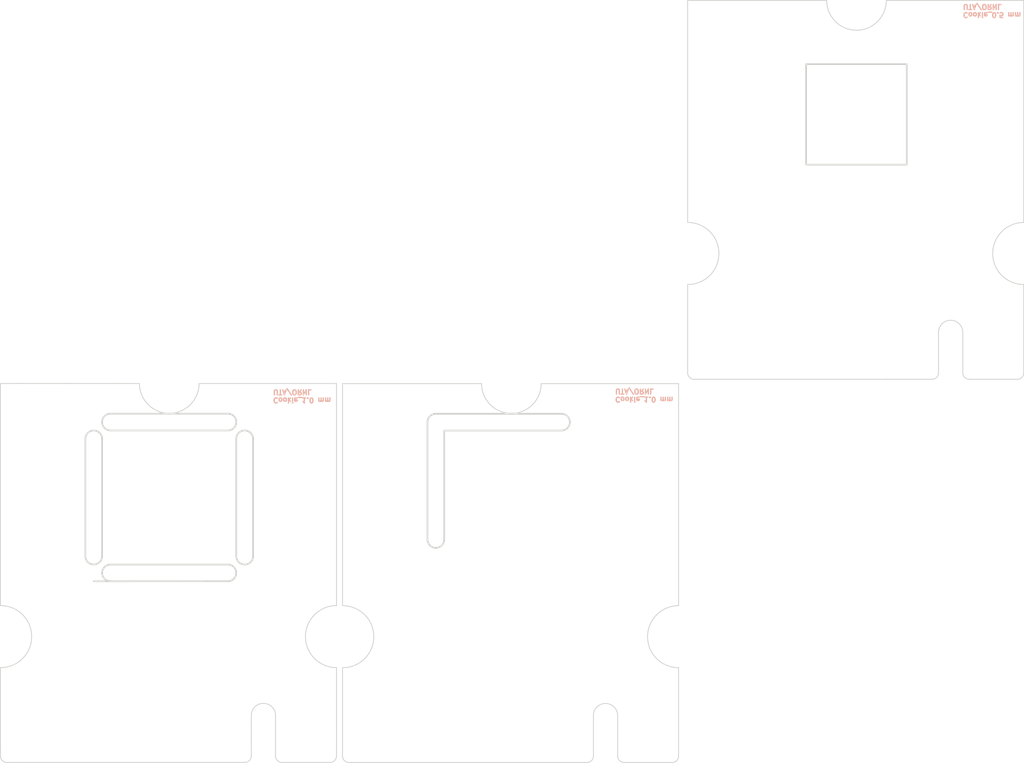
<source format=kicad_pcb>
(kicad_pcb (version 20221018) (generator pcbnew)

  (general
    (thickness 1.6)
  )

  (paper "A4")
  (layers
    (0 "F.Cu" signal)
    (31 "B.Cu" signal)
    (32 "B.Adhes" user "B.Adhesive")
    (33 "F.Adhes" user "F.Adhesive")
    (34 "B.Paste" user)
    (35 "F.Paste" user)
    (36 "B.SilkS" user "B.Silkscreen")
    (37 "F.SilkS" user "F.Silkscreen")
    (38 "B.Mask" user)
    (39 "F.Mask" user)
    (40 "Dwgs.User" user "User.Drawings")
    (41 "Cmts.User" user "User.Comments")
    (42 "Eco1.User" user "User.Eco1")
    (43 "Eco2.User" user "User.Eco2")
    (44 "Edge.Cuts" user)
    (45 "Margin" user)
    (46 "B.CrtYd" user "B.Courtyard")
    (47 "F.CrtYd" user "F.Courtyard")
    (48 "B.Fab" user)
    (49 "F.Fab" user)
    (50 "User.1" user)
    (51 "User.2" user)
    (52 "User.3" user)
    (53 "User.4" user)
    (54 "User.5" user)
    (55 "User.6" user)
    (56 "User.7" user)
    (57 "User.8" user)
    (58 "User.9" user)
  )

  (setup
    (pad_to_mask_clearance 0)
    (pcbplotparams
      (layerselection 0x00010fc_ffffffff)
      (plot_on_all_layers_selection 0x0000000_00000000)
      (disableapertmacros false)
      (usegerberextensions false)
      (usegerberattributes true)
      (usegerberadvancedattributes true)
      (creategerberjobfile true)
      (dashed_line_dash_ratio 12.000000)
      (dashed_line_gap_ratio 3.000000)
      (svgprecision 6)
      (plotframeref false)
      (viasonmask false)
      (mode 1)
      (useauxorigin false)
      (hpglpennumber 1)
      (hpglpenspeed 20)
      (hpglpendiameter 15.000000)
      (dxfpolygonmode true)
      (dxfimperialunits true)
      (dxfusepcbnewfont true)
      (psnegative false)
      (psa4output false)
      (plotreference true)
      (plotvalue true)
      (plotinvisibletext false)
      (sketchpadsonfab false)
      (subtractmaskfromsilk false)
      (outputformat 1)
      (mirror false)
      (drillshape 0)
      (scaleselection 1)
      (outputdirectory "")
    )
  )

  (net 0 "")

  (gr_arc (start 73.6706 34.725) (mid 73.559004 34.994386) (end 73.2896 35.106)
    (stroke (width 0.05) (type solid)) (layer "Edge.Cuts") (tstamp 035fc0c6-b2a1-450a-9ac0-661c474c8e73))
  (gr_line (start 27.716443 45.66) (end 27.716443 38.66)
    (stroke (width 0.1) (type default)) (layer "Edge.Cuts") (tstamp 07e901f8-423f-4c3b-92a7-2ec1769da033))
  (gr_line (start 26.21356 38.161784) (end 19.21356 38.161784)
    (stroke (width 0.1) (type default)) (layer "Edge.Cuts") (tstamp 0de479cd-fdcc-4e46-94f5-f4348df10aac))
  (gr_line (start 26.71356 38.661784) (end 26.71356 45.661784)
    (stroke (width 0.1) (type default)) (layer "Edge.Cuts") (tstamp 0e3635e0-cd39-4331-b2fb-c655c1e08b5c))
  (gr_arc (start 27.6106 57.585) (mid 27.499004 57.854411) (end 27.2296 57.966)
    (stroke (width 0.05) (type solid)) (layer "Edge.Cuts") (tstamp 10d0cd05-caad-4462-9b0f-621641c39a18))
  (gr_arc (start 26.71356 38.661784) (mid 27.214108 38.158558) (end 27.716443 38.66)
    (stroke (width 0.1) (type default)) (layer "Edge.Cuts") (tstamp 14640cd7-26a4-4648-9740-3527473c52f4))
  (gr_line (start 19.21356 46.161784) (end 26.21356 46.161784)
    (stroke (width 0.1) (type default)) (layer "Edge.Cuts") (tstamp 17303daf-e619-439c-ae6a-ddc4d13c2d71))
  (gr_line (start 33.05 35.365) (end 41.34056 35.365)
    (stroke (width 0.05) (type solid)) (layer "Edge.Cuts") (tstamp 17d14d16-44e9-46ab-b0d6-7b1877787793))
  (gr_line (start 32.6906 48.6108) (end 32.6906 35.36)
    (stroke (width 0.05) (type solid)) (layer "Edge.Cuts") (tstamp 1c45fa3d-5f73-4c53-a488-03e4c8c3e38f))
  (gr_line (start 53.63 12.5) (end 61.92056 12.5)
    (stroke (width 0.05) (type solid)) (layer "Edge.Cuts") (tstamp 1e79cab2-fcb8-4562-ab04-bbfc77dc7fe2))
  (gr_line (start 33.05 57.2598) (end 33.05 57.59)
    (stroke (width 0.05) (type default)) (layer "Edge.Cuts") (tstamp 203d2e6e-ce70-4e82-b45e-84dac298ebaf))
  (gr_line (start 12.65 57.2548) (end 12.65 52.3108)
    (stroke (width 0.05) (type solid)) (layer "Edge.Cuts") (tstamp 2170a202-6e51-4881-b04f-94d4f08f511a))
  (gr_line (start 39.115 44.665) (end 39.115 38.165)
    (stroke (width 0.1) (type default)) (layer "Edge.Cuts") (tstamp 25cd4895-14b0-4f84-9aaf-2445c856c111))
  (gr_arc (start 19.215 47.158218) (mid 18.716783 46.66072) (end 19.21356 46.161784)
    (stroke (width 0.1) (type default)) (layer "Edge.Cuts") (tstamp 29d69419-1ad2-40d9-8ed3-5c2a89fc96e7))
  (gr_arc (start 49.83686 57.971) (mid 49.567452 57.859408) (end 49.45586 57.59)
    (stroke (width 0.05) (type solid)) (layer "Edge.Cuts") (tstamp 2a669835-d7b4-4d27-83aa-6c6d47ebf798))
  (gr_line (start 12.65 35.36) (end 13.02 35.36)
    (stroke (width 0.05) (type default)) (layer "Edge.Cuts") (tstamp 2ba23a86-ad26-4631-8cd0-50c6c8e53d2c))
  (gr_line (start 19.215 37.158214) (end 26.215 37.158214)
    (stroke (width 0.1) (type default)) (layer "Edge.Cuts") (tstamp 2f2b4ba3-922f-488d-9e59-8fab1ed5ef86))
  (gr_line (start 68.2096 35.106) (end 65.5426 35.106)
    (stroke (width 0.05) (type solid)) (layer "Edge.Cuts") (tstamp 313da2d7-4de8-45a1-b05e-0083951ce1bf))
  (gr_line (start 44.89656 35.365) (end 53.0906 35.365)
    (stroke (width 0.05) (type solid)) (layer "Edge.Cuts") (tstamp 33cece17-a54b-466d-9c89-67bc28d20c94))
  (gr_line (start 53.63 25.7508) (end 53.63 12.5)
    (stroke (width 0.05) (type solid)) (layer "Edge.Cuts") (tstamp 35d73920-3941-447e-bd4b-92bb07bbb887))
  (gr_rect (start 60.69356 16.3008) (end 66.69356 22.3008)
    (stroke (width 0.1) (type solid)) (fill none) (layer "Edge.Cuts") (tstamp 371bdc5f-ff0c-4dec-8c32-ba85adeb8ea8))
  (gr_line (start 70.03586 32.30946) (end 70.03586 34.725)
    (stroke (width 0.05) (type solid)) (layer "Edge.Cuts") (tstamp 45c39b21-6e6c-462c-8157-18c467d90d04))
  (gr_arc (start 24.49656 35.36) (mid 22.71856 37.138) (end 20.94056 35.36)
    (stroke (width 0.05) (type solid)) (layer "Edge.Cuts") (tstamp 469eaad6-89b2-46c9-bccc-617dea2c43e8))
  (gr_arc (start 33.431 57.971) (mid 33.161566 57.859422) (end 33.05 57.59)
    (stroke (width 0.05) (type solid)) (layer "Edge.Cuts") (tstamp 4798bd7b-7ebb-4158-a16b-a3434345d78e))
  (gr_line (start 44.9626 57.971) (end 34.0406 57.971)
    (stroke (width 0.05) (type solid)) (layer "Edge.Cuts") (tstamp 4d4b9335-2349-462b-808f-23fd6ef15f11))
  (gr_line (start 54.011 35.106) (end 54.6206 35.106)
    (stroke (width 0.05) (type solid)) (layer "Edge.Cuts") (tstamp 508a48ea-11f3-475a-8bc6-41aab392e748))
  (gr_line (start 73.6706 34.725) (end 73.6706 29.4508)
    (stroke (width 0.05) (type solid)) (layer "Edge.Cuts") (tstamp 5bfa7caf-4387-45db-b149-a83f9b2a47dc))
  (gr_arc (start 68.590025 32.256159) (mid 69.338629 31.586089) (end 70.03586 32.30946)
    (stroke (width 0.05) (type solid)) (layer "Edge.Cuts") (tstamp 5d540ca6-c42d-4eff-ad56-39a7c6207288))
  (gr_line (start 24.5626 57.966) (end 13.6406 57.966)
    (stroke (width 0.05) (type solid)) (layer "Edge.Cuts") (tstamp 62bd692d-6fcb-4490-aa5a-cb27cfabfd89))
  (gr_arc (start 19.21356 38.161784) (mid 18.713214 37.65928) (end 19.215 37.158214)
    (stroke (width 0.1) (type default)) (layer "Edge.Cuts") (tstamp 63faea9b-9f09-4ec6-8dd5-533a2a99f0ed))
  (gr_line (start 49.45586 55.17446) (end 49.45586 57.59)
    (stroke (width 0.05) (type solid)) (layer "Edge.Cuts") (tstamp 662462e4-cfdb-49d8-ba69-0c23f0f9751e))
  (gr_arc (start 65.47656 12.5) (mid 63.69856 14.278) (end 61.92056 12.5)
    (stroke (width 0.05) (type solid)) (layer "Edge.Cuts") (tstamp 685597ba-485b-47e7-a080-cc26790261cd))
  (gr_line (start 65.47656 12.5) (end 73.6706 12.5)
    (stroke (width 0.05) (type solid)) (layer "Edge.Cuts") (tstamp 6b86cbd1-0774-4f91-b017-37e6826c436a))
  (gr_line (start 27.610025 55.116159) (end 27.6106 57.585)
    (stroke (width 0.05) (type solid)) (layer "Edge.Cuts") (tstamp 6f6d7ceb-e952-4bbd-9686-b5099be703c7))
  (gr_line (start 17.716437 38.66) (end 17.716437 45.66)
    (stroke (width 0.1) (type default)) (layer "Edge.Cuts") (tstamp 70ad3e35-90a8-4319-a809-fef3f46e7a9d))
  (gr_line (start 53.0906 48.6158) (end 53.0906 35.365)
    (stroke (width 0.05) (type solid)) (layer "Edge.Cuts") (tstamp 7221c41b-37b0-4e23-8a6a-ad2d9f53ba01))
  (gr_line (start 68.590025 32.256159) (end 68.5906 34.725)
    (stroke (width 0.05) (type solid)) (layer "Edge.Cuts") (tstamp 722681d3-7d2b-4c87-bee7-10609cb0bb17))
  (gr_line (start 47.6296 57.971) (end 44.9626 57.971)
    (stroke (width 0.05) (type solid)) (layer "Edge.Cuts") (tstamp 723ba28b-8374-43c2-a9ed-e13618616b0e))
  (gr_arc (start 17.716437 38.66) (mid 18.215892 38.161438) (end 18.71356 38.661784)
    (stroke (width 0.1) (type default)) (layer "Edge.Cuts") (tstamp 7b97b449-12ff-44e4-b588-e14fc526e14f))
  (gr_line (start 12.65 57.2548) (end 12.65 57.585)
    (stroke (width 0.05) (type solid)) (layer "Edge.Cuts") (tstamp 7f75fac2-8ba9-4be7-aa20-78f341caee77))
  (gr_line (start 48.010025 55.121159) (end 48.0106 57.59)
    (stroke (width 0.05) (type solid)) (layer "Edge.Cuts") (tstamp 805bb715-2b9f-46bc-a224-7f42aff0c95b))
  (gr_arc (start 53.0906 52.3158) (mid 51.2404 50.4656) (end 53.0906 48.615406)
    (stroke (width 0.05) (type default)) (layer "Edge.Cuts") (tstamp 812824bf-00fb-4844-9dc9-c701f87f64a8))
  (gr_arc (start 38.115 37.665) (mid 38.261447 37.311447) (end 38.615 37.165)
    (stroke (width 0.1) (type default)) (layer "Edge.Cuts") (tstamp 84c6ce5f-fc55-49b8-a2e9-33a35fb13bda))
  (gr_line (start 24.49656 35.36) (end 32.6906 35.36)
    (stroke (width 0.05) (type solid)) (layer "Edge.Cuts") (tstamp 84f9784f-3f4f-4c29-a9a1-3312490cf2a6))
  (gr_arc (start 48.0106 57.59) (mid 47.89901 57.859422) (end 47.6296 57.971)
    (stroke (width 0.05) (type solid)) (layer "Edge.Cuts") (tstamp 864f4355-a039-4d5a-a426-691bb14f5e2d))
  (gr_arc (start 48.010025 55.121159) (mid 48.758629 54.451089) (end 49.45586 55.17446)
    (stroke (width 0.05) (type solid)) (layer "Edge.Cuts") (tstamp 8995e5a5-9060-4225-ae9f-e1a24dede326))
  (gr_arc (start 46.105 37.164901) (mid 46.605074 37.67) (end 46.095 38.164999)
    (stroke (width 0.1) (type default)) (layer "Edge.Cuts") (tstamp 89994f43-2ca6-4614-8788-2afd54963707))
  (gr_line (start 32.695 57.26) (end 32.6906 57.585)
    (stroke (width 0.05) (type default)) (layer "Edge.Cuts") (tstamp 8bd79811-fa94-4288-b584-c34e5e5612c0))
  (gr_line (start 49.83686 57.971) (end 52.7096 57.971)
    (stroke (width 0.05) (type solid)) (layer "Edge.Cuts") (tstamp 8befc049-acef-4f96-8ab6-981fa6388579))
  (gr_arc (start 70.41686 35.106) (mid 70.147452 34.994408) (end 70.03586 34.725)
    (stroke (width 0.05) (type solid)) (layer "Edge.Cuts") (tstamp 927d16a9-c445-48a1-ab5b-ce4efe8368ec))
  (gr_line (start 12.65 48.6108) (end 12.65 35.36)
    (stroke (width 0.05) (type solid)) (layer "Edge.Cuts") (tstamp 94768dbb-1a3e-4bb2-b8e0-270d7055cbf9))
  (gr_line (start 39.115 38.165) (end 46.095 38.164999)
    (stroke (width 0.1) (type default)) (layer "Edge.Cuts") (tstamp 97e0c8c6-a098-4818-9da2-7b7ece6186e1))
  (gr_arc (start 53.64356 25.750751) (mid 55.493609 27.6008) (end 53.64356 29.450849)
    (stroke (width 0.05) (type default)) (layer "Edge.Cuts") (tstamp 9c715ba9-cda5-4b5f-b747-0af636bcd1a5))
  (gr_line (start 70.41686 35.106) (end 73.2896 35.106)
    (stroke (width 0.05) (type solid)) (layer "Edge.Cuts") (tstamp a012d1f1-03b5-46f6-8838-f67967a22e77))
  (gr_arc (start 53.0906 57.59) (mid 52.97901 57.859422) (end 52.7096 57.971)
    (stroke (width 0.05) (type solid)) (layer "Edge.Cuts") (tstamp a58f68ac-9c93-464b-83f3-be22e71c951e))
  (gr_arc (start 26.215 37.158214) (mid 26.716785 37.66072) (end 26.21356 38.161784)
    (stroke (width 0.1) (type default)) (layer "Edge.Cuts") (tstamp a7deaa28-37fd-45d0-b138-1ed0c146598e))
  (gr_arc (start 29.43686 57.966) (mid 29.167447 57.854409) (end 29.05586 57.585)
    (stroke (width 0.05) (type solid)) (layer "Edge.Cuts") (tstamp a8e67187-566d-4bd0-9555-0f7875c5aa52))
  (gr_line (start 53.0906 57.59) (end 53.0906 52.3158)
    (stroke (width 0.05) (type solid)) (layer "Edge.Cuts") (tstamp ab191bd4-2212-4d80-a25b-15fc7bd4056b))
  (gr_line (start 18.71356 45.661784) (end 18.71356 38.661784)
    (stroke (width 0.1) (type default)) (layer "Edge.Cuts") (tstamp ab613588-af73-49fa-988a-678bd7c9538e))
  (gr_line (start 38.115 37.665) (end 38.115 44.665)
    (stroke (width 0.1) (type default)) (layer "Edge.Cuts") (tstamp ac21ef4b-2b67-47f9-8aea-438757a4a096))
  (gr_arc (start 73.6706 29.4508) (mid 71.8204 27.6006) (end 73.6706 25.750406)
    (stroke (width 0.05) (type default)) (layer "Edge.Cuts") (tstamp ac8edf2d-04fc-4790-b157-ec68259db95e))
  (gr_line (start 13.031 57.966) (end 13.6406 57.966)
    (stroke (width 0.05) (type solid)) (layer "Edge.Cuts") (tstamp b0d4702f-5c08-492d-99d4-aae32889e25d))
  (gr_line (start 27.2296 57.966) (end 24.5626 57.966)
    (stroke (width 0.05) (type solid)) (layer "Edge.Cuts") (tstamp b14b941f-2ecd-4101-aca4-08f5d8ef594d))
  (gr_line (start 29.05586 55.16946) (end 29.05586 57.585)
    (stroke (width 0.05) (type solid)) (layer "Edge.Cuts") (tstamp b4f0bd2b-63f9-448e-84aa-77f69ec809ce))
  (gr_arc (start 54.011 35.106) (mid 53.741566 34.994422) (end 53.63 34.725)
    (stroke (width 0.05) (type solid)) (layer "Edge.Cuts") (tstamp c05e64b0-f57c-420e-9f84-8503b2fadec2))
  (gr_line (start 18.21356 47.161784) (end 26.215 47.158218)
    (stroke (width 0.1) (type default)) (layer "Edge.Cuts") (tstamp c16acf9b-eff7-4f7b-8917-dbfeadb850e9))
  (gr_arc (start 33.06356 48.615751) (mid 34.913609 50.4658) (end 33.06356 52.315849)
    (stroke (width 0.05) (type default)) (layer "Edge.Cuts") (tstamp c35f6d47-3cf8-407b-b4df-e021e07d33b8))
  (gr_arc (start 44.89656 35.365) (mid 43.11856 37.143) (end 41.34056 35.365)
    (stroke (width 0.05) (type solid)) (layer "Edge.Cuts") (tstamp c6061a7c-8bd2-401c-823f-2513f40efb63))
  (gr_line (start 73.6706 25.7508) (end 73.6706 12.5)
    (stroke (width 0.05) (type solid)) (layer "Edge.Cuts") (tstamp c8c73481-23a0-4dee-8262-f6f880a4585f))
  (gr_arc (start 18.71356 45.661784) (mid 18.214108 46.158562) (end 17.716437 45.66)
    (stroke (width 0.1) (type default)) (layer "Edge.Cuts") (tstamp cb32bfd9-cc0a-41b6-af98-d3558d02aa68))
  (gr_arc (start 27.716443 45.66) (mid 27.215892 46.161442) (end 26.71356 45.661784)
    (stroke (width 0.1) (type default)) (layer "Edge.Cuts") (tstamp cd7c8361-bf58-45dd-b602-6927c5e11421))
  (gr_arc (start 12.66356 48.610751) (mid 14.513613 50.460804) (end 12.66356 52.310849)
    (stroke (width 0.05) (type default)) (layer "Edge.Cuts") (tstamp ceedd118-455c-4860-b2af-3e5ed551cdfe))
  (gr_arc (start 32.6906 52.3108) (mid 30.840404 50.460604) (end 32.6906 48.610406)
    (stroke (width 0.05) (type default)) (layer "Edge.Cuts") (tstamp d132d8f5-2a23-4309-b5fe-fe35aae8aa3b))
  (gr_line (start 53.63 34.3948) (end 53.63 34.725)
    (stroke (width 0.05) (type default)) (layer "Edge.Cuts") (tstamp d312c6eb-6917-416a-bd85-9671fe285957))
  (gr_arc (start 13.031 57.966) (mid 12.761561 57.854423) (end 12.65 57.585)
    (stroke (width 0.05) (type solid)) (layer "Edge.Cuts") (tstamp d4c7f28e-3f41-43f9-91c5-f65c67583f29))
  (gr_line locked (start 13.635 35.355) (end 20.94056 35.36)
    (stroke (width 0.05) (type solid)) (layer "Edge.Cuts") (tstamp d66a0ec7-f2aa-4821-a7d8-ea684c98d740))
  (gr_arc (start 27.610025 55.116159) (mid 28.358629 54.446074) (end 29.05586 55.16946)
    (stroke (width 0.05) (type solid)) (layer "Edge.Cuts") (tstamp d7dc9364-f619-4f93-bbec-6685b1acd5c5))
  (gr_line (start 33.05 48.6158) (end 33.05 35.365)
    (stroke (width 0.05) (type solid)) (layer "Edge.Cuts") (tstamp da7a4151-74fe-4abe-ad27-47fe8bd3e044))
  (gr_line (start 33.431 57.971) (end 34.0406 57.971)
    (stroke (width 0.05) (type solid)) (layer "Edge.Cuts") (tstamp dab0a7f8-78fd-4ced-bad1-89c60abc4d91))
  (gr_arc (start 26.21356 46.161784) (mid 26.713218 46.65928) (end 26.215 47.158218)
    (stroke (width 0.1) (type default)) (layer "Edge.Cuts") (tstamp df832233-95b8-4e58-9bbe-4c1e33178a4a))
  (gr_line (start 33.05 57.2598) (end 33.05 52.3158)
    (stroke (width 0.05) (type solid)) (layer "Edge.Cuts") (tstamp dfb60280-dcef-4f82-a7b3-dbb12a410d8a))
  (gr_arc (start 39.115 44.665) (mid 38.615 45.165) (end 38.115 44.665)
    (stroke (width 0.1) (type default)) (layer "Edge.Cuts") (tstamp e1988e0c-0909-4f5c-b484-e2e8a9b54ee1))
  (gr_line (start 46.105 37.164901) (end 38.615 37.165)
    (stroke (width 0.1) (type default)) (layer "Edge.Cuts") (tstamp e1e55b55-a687-4da8-be50-07b5de5a2249))
  (gr_line (start 29.43686 57.966) (end 32.3096 57.966)
    (stroke (width 0.05) (type solid)) (layer "Edge.Cuts") (tstamp e33fd54c-fe90-4b89-b756-5f5b7702b49b))
  (gr_arc (start 32.6906 57.585) (mid 32.579004 57.854411) (end 32.3096 57.966)
    (stroke (width 0.05) (type solid)) (layer "Edge.Cuts") (tstamp e8bfa32f-1a3c-4ce8-9854-ae861c7226d2))
  (gr_line (start 65.5426 35.106) (end 54.6206 35.106)
    (stroke (width 0.05) (type solid)) (layer "Edge.Cuts") (tstamp eb8f2d46-d019-4129-b6d1-fabe7aef4634))
  (gr_arc (start 68.5906 34.725) (mid 68.479004 34.994386) (end 68.2096 35.106)
    (stroke (width 0.05) (type solid)) (layer "Edge.Cuts") (tstamp ec7b50cd-690c-46b0-85f8-14ca9edaff91))
  (gr_line (start 32.695 57.26) (end 32.6906 52.3108)
    (stroke (width 0.05) (type solid)) (layer "Edge.Cuts") (tstamp ed8c98a6-3e64-4660-9129-36bf5f27c618))
  (gr_line (start 13.02 35.36) (end 13.635 35.355)
    (stroke (width 0.05) (type default)) (layer "Edge.Cuts") (tstamp fc199ae5-e927-4c4c-81a3-0dd75c6673d4))
  (gr_line (start 53.63 34.3948) (end 53.63 29.4508)
    (stroke (width 0.05) (type solid)) (layer "Edge.Cuts") (tstamp feed08aa-24bc-4ba7-b1aa-7bc036ecaf56))
  (gr_rect (start 40.11356 39.1658) (end 46.11356 45.1658)
    (stroke (width 0.01) (type default)) (fill none) (layer "User.8") (tstamp 04b86db8-8e81-4fa2-bb57-b77734bc6c2d))
  (gr_rect (start 39.11356 45.1658) (end 40.11356 46.1658)
    (stroke (width 0.01) (type default)) (fill none) (layer "User.8") (tstamp 0a52033d-c99e-4cee-be71-315f4e793bdc))
  (gr_line (start 46.06356 39.2158) (end 47.61356 37.6658)
    (stroke (width 0.01) (type default)) (layer "User.8") (tstamp 0fe246bc-0708-4d0d-989a-a93030f830c3))
  (gr_line (start 47.11356 45.1658) (end 47.11356 39.1658)
    (stroke (width 0.01) (type dash)) (layer "User.8") (tstamp 17ec24ec-0c7b-4132-bb7e-70b1e215d139))
  (gr_rect (start 66.69356 22.3008) (end 67.69356 23.3008)
    (stroke (width 0.01) (type default)) (fill none) (layer "User.8") (tstamp 1cf70dfb-3909-45d5-bfd6-8b731f8b8de6))
  (gr_line (start 19.71356 45.1608) (end 18.21356 46.6608)
    (stroke (width 0.01) (type default)) (layer "User.8") (tstamp 2119aa06-af33-474b-8fa5-9dec8ce1928b))
  (gr_line (start 18.71356 45.6608) (end 26.71356 45.6608)
    (stroke (width 0.01) (type default)) (layer "User.8") (tstamp 24ef6800-d7dc-456b-ab80-5fff4fcaba75))
  (gr_rect (start 67.69356 23.3008) (end 68.69356 24.3008)
    (stroke (width 0.01) (type solid)) (fill none) (layer "User.8") (tstamp 2811a9a9-d1a0-455c-84cb-efe938e6cad0))
  (gr_rect (start 26.21356 37.6608) (end 27.21356 38.6608)
    (stroke (width 0.01) (type default)) (fill none) (layer "User.8") (tstamp 28bebc64-b731-4b2d-a0db-8750f8ff93a3))
  (gr_rect (start 59.19356 14.8008) (end 60.19356 15.8008)
    (stroke (width 0.01) (type default)) (fill none) (layer "User.8") (tstamp 28f37c38-bcad-4d92-9b9d-da3882a11bcf))
  (gr_line (start 67.69356 22.3008) (end 67.69356 16.3008)
    (stroke (width 0.01) (type dash)) (layer "User.8") (tstamp 291110cb-f758-47d3-9179-183a106de8dc))
  (gr_rect (start 19.71356 39.1608) (end 25.71356 45.1608)
    (stroke (width 0.01) (type default)) (fill none) (layer "User.8") (tstamp 2ba2e0fd-e52d-4320-abe5-fcb12654afc7))
  (gr_line (start 60.69356 23.3008) (end 66.69356 23.3008)
    (stroke (width 0.01) (type dash)) (layer "User.8") (tstamp 2f07d82b-66bd-4a76-a6c7-fdfcf5fde8ed))
  (gr_rect (start 25.71356 38.1608) (end 26.71356 39.1608)
    (stroke (width 0.01) (type default)) (fill none) (layer "User.8") (tstamp 2f2f45ae-2d0f-4209-b9ee-e2bb599c5af1))
  (gr_line (start 33.06356 50.4608) (end 53.06356 50.4608)
    (stroke (width 0.01) (type default)) (layer "User.8") (tstamp 30d8dab2-2725-4005-bf16-c30f2c471437))
  (gr_line (start 46.11356 45.1658) (end 47.61356 46.6658)
    (stroke (width 0.01) (type default)) (layer "User.8") (tstamp 35a52c82-bd94-4613-af8a-5b1f631be599))
  (gr_rect (start 26.21356 45.6608) (end 27.21356 46.6608)
    (stroke (width 0.01) (type default)) (fill none) (layer "User.8") (tstamp 35e7090c-c96f-46ae-a0c4-527112d70ffb))
  (gr_rect (start 38.11356 46.1658) (end 39.11356 47.1658)
    (stroke (width 0.01) (type solid)) (fill none) (layer "User.8") (tstamp 386c5d18-fcc6-4bc1-9687-3e8a0fde6212))
  (gr_line (start 22.71856 37.1558) (end 22.71856 57.5558)
    (stroke (width 0.01) (type default)) (layer "User.8") (tstamp 3ce3dbca-263c-408d-abaf-6f0a7e6ee622))
  (gr_line (start 59.69356 16.3008) (end 59.69356 22.3008)
    (stroke (width 0.01) (type dash)) (layer "User.8") (tstamp 3f548850-a65b-4e60-942e-97b2927c1a8d))
  (gr_rect (start 26.71356 37.1608) (end 27.71356 38.1608)
    (stroke (width 0.01) (type solid)) (fill none) (layer "User.8") (tstamp 40602451-1805-40c7-853b-0f8bcbfb1a1d))
  (gr_line (start 25.71356 38.1608) (end 19.71356 38.1608)
    (stroke (width 0.01) (type dash)) (layer "User.8") (tstamp 4388ea81-4193-41ac-8e74-e8fa078d6ea9))
  (gr_rect (start 25.71356 45.1608) (end 26.71356 46.1608)
    (stroke (width 0.01) (type default)) (fill none) (layer "User.8") (tstamp 43decb76-c28a-4932-9733-0857797405bc))
  (gr_line (start 60.69356 16.3008) (end 59.19356 14.8008)
    (stroke (width 0.01) (type default)) (layer "User.8") (tstamp 44fc9bde-898d-4d37-97cf-c6193c802680))
  (gr_rect (start 39.11356 38.1658) (end 40.11356 39.1658)
    (stroke (width 0.01) (type default)) (fill none) (layer "User.8") (tstamp 48a89823-11ef-4f5e-b3d2-afa86d62757e))
  (gr_line (start 53.64356 27.5958) (end 73.64356 27.5958)
    (stroke (width 0.01) (type default)) (layer "User.8") (tstamp 490dd813-9b4e-444a-b92d-4124b3599158))
  (gr_line (start 66.64356 16.3508) (end 68.19356 14.8008)
    (stroke (width 0.01) (type default)) (layer "User.8") (tstamp 4cf5e454-3f27-4c92-b4b0-eb083b99bc64))
  (gr_line (start 46.61356 45.6658) (end 46.61356 38.6658)
    (stroke (width 0.01) (type default)) (layer "User.8") (tstamp 551a1a1b-0224-4a52-ab53-14ffbc9398e5))
  (gr_rect (start 60.69356 16.3008) (end 66.69356 22.3008)
    (stroke (width 0.01) (type default)) (fill none) (layer "User.8") (tstamp 5639aa4d-b1a6-49d8-8c24-94d22fc09d14))
  (gr_rect (start 17.71356 37.1608) (end 18.71356 38.1608)
    (stroke (width 0.01) (type solid)) (fill none) (layer "User.8") (tstamp 617dae66-bd19-4434-ba9a-0c4d7d258c55))
  (gr_line (start 40.11356 39.1658) (end 38.61356 37.6658)
    (stroke (width 0.01) (type default)) (layer "User.8") (tstamp 679bf400-35eb-4e35-83a5-089f645fb2fa))
  (gr_line (start 63.69856 14.2958) (end 63.69856 34.6958)
    (stroke (width 0.01) (type default)) (layer "User.8") (tstamp 6898a70b-f068-4fa2-8768-83438a759906))
  (gr_rect (start 59.19356 22.8008) (end 60.19356 23.8008)
    (stroke (width 0.01) (type default)) (fill none) (layer "User.8") (tstamp 724453d3-1b15-4230-9002-49409f868a93))
  (gr_rect (start 46.61356 37.6658) (end 47.61356 38.6658)
    (stroke (width 0.01) (type default)) (fill none) (layer "User.8") (tstamp 725eeeff-8bd3-4aa8-8372-c18e82a3d3de))
  (gr_rect (start 26.71356 46.1608) (end 27.71356 47.1608)
    (stroke (width 0.01) (type solid)) (fill none) (layer "User.8") (tstamp 73af1b06-a8d7-4979-b421-e4f9cd2a6d62))
  (gr_rect (start 18.21356 45.6608) (end 19.21356 46.6608)
    (stroke (width 0.01) (type default)) (fill none) (layer "User.8") (tstamp 78fce14d-88ae-491d-807d-88680652188b))
  (gr_line (start 25.71356 45.1608) (end 27.21356 46.6608)
    (stroke (width 0.01) (type default)) (layer "User.8") (tstamp 7c976a68-a2b0-4c87-9fb7-2ffc4f77742b))
  (gr_line (start 66.69356 22.3008) (end 68.19356 23.8008)
    (stroke (width 0.01) (type default)) (layer "User.8") (tstamp 7d05715b-1eac-4fec-b8d1-9007d4d53e64))
  (gr_rect (start 38.61356 37.6658) (end 39.61356 38.6658)
    (stroke (width 0.01) (type default)) (fill none) (layer "User.8") (tstamp 7f311e8f-f3f1-4abf-8ff4-e76e365e8749))
  (gr_rect (start 18.21356 37.6608) (end 19.21356 38.6608)
    (stroke (width 0.01) (type default)) (fill none) (layer "User.8") (tstamp 85fe8cbe-d3d2-4347-86e3-2b7ad17a3b41))
  (gr_rect (start 67.19356 14.8008) (end 68.19356 15.8008)
    (stroke (width 0.01) (type default)) (fill none) (layer "User.8") (tstamp 862d86ad-3144-40b9-ac9e-90e1016c175e))
  (gr_line (start 39.61356 38.6658) (end 46.61356 38.6658)
    (stroke (width 0.01) (type default)) (layer "User.8") (tstamp 88579ac6-65be-41c9-89ee-cde7eaba630c))
  (gr_rect (start 26.21356 38.1608) (end 26.71356 38.6608)
    (stroke (width 0.01) (type default)) (fill none) (layer "User.8") (tstamp 8a05450e-fee6-4b9f-8637-d7828e132d65))
  (gr_line (start 66.69356 15.3008) (end 60.69356 15.3008)
    (stroke (width 0.01) (type dash)) (layer "User.8") (tstamp 8a1420f7-3457-4554-a5b1-527abe00c9e6))
  (gr_rect (start 66.69356 15.3008) (end 67.69356 16.3008)
    (stroke (width 0.01) (type default)) (fill none) (layer "User.8") (tstamp 8ababd4b-8dd2-4ae8-af2e-6adc6ac64f5b))
  (gr_line (start 39.11356 45.6658) (end 47.11356 45.6658)
    (stroke (width 0.01) (type default)) (layer "User.8") (tstamp 9179b0f6-2506-4927-b375-65cb2ca62f12))
  (gr_rect (start 47.11356 37.1658) (end 48.11356 38.1658)
    (stroke (width 0.01) (type solid)) (fill none) (layer "User.8") (tstamp 944ae44a-ea30-4a7e-ac65-1901558ca80c))
  (gr_line (start 25.66356 39.2108) (end 27.21356 37.6608)
    (stroke (width 0.01) (type default)) (layer "User.8") (tstamp 99e318a6-2608-4390-8a04-7039dd3b3b4e))
  (gr_rect (start 46.61356 38.1658) (end 47.11356 38.6658)
    (stroke (width 0.01) (type default)) (fill none) (layer "User.8") (tstamp 9ba9107b-6611-415d-a32a-8d2bf9894f47))
  (gr_line (start 40.11356 45.1658) (end 38.61356 46.6658)
    (stroke (width 0.01) (type default)) (layer "User.8") (tstamp 9da8b39e-fc1f-40c2-8ebd-de4408d63308))
  (gr_line (start 60.19356 15.8008) (end 60.19356 22.8008)
    (stroke (width 0.01) (type default)) (layer "User.8") (tstamp a1ec80e3-6ba9-46c7-a1b8-eabcc63076d0))
  (gr_rect (start 38.11356 37.1658) (end 39.11356 38.1658)
    (stroke (width 0.01) (type solid)) (fill none) (layer "User.8") (tstamp a3fd296b-8928-480f-9df5-17f77027fa89))
  (gr_line (start 39.61356 38.6658) (end 39.61356 45.6658)
    (stroke (width 0.01) (type default)) (layer "User.8") (tstamp a657f27d-1af8-4e2a-853f-e92daa8099e0))
  (gr_line (start 26.71356 45.1608) (end 26.71356 39.1608)
    (stroke (width 0.01) (type dash)) (layer "User.8") (tstamp b2660b35-b971-4a53-b69c-e85e37cdade4))
  (gr_line (start 19.71356 39.1608) (end 18.21356 37.6608)
    (stroke (width 0.01) (type default)) (layer "User.8") (tstamp b367cc75-3768-4ffa-bf5c-cfeae5f18832))
  (gr_rect (start 46.11356 45.1658) (end 47.11356 46.1658)
    (stroke (width 0.01) (type default)) (fill none) (layer "User.8") (tstamp b5c2e69d-d877-4019-9cbe-8000927d31be))
  (gr_line (start 59.69356 22.8008) (end 67.69356 22.8008)
    (stroke (width 0.01) (type default)) (layer "User.8") (tstamp b784ce09-0513-4946-a0c7-0b734a5be63b))
  (gr_rect (start 18.71356 45.1608) (end 19.71356 46.1608)
    (stroke (width 0.01) (type default)) (fill none) (layer "User.8") (tstamp b8854b45-73c1-4c3d-b130-0b933dcf53ef))
  (gr_line (start 12.66356 50.4558) (end 32.66356 50.4558)
    (stroke (width 0.01) (type default)) (layer "User.8") (tstamp bab47b51-6867-4931-9e5a-b1f436a9b2b0))
  (gr_rect (start 38.61356 45.6658) (end 39.61356 46.6658)
    (stroke (width 0.01) (type default)) (fill none) (layer "User.8") (tstamp bd3867cf-6907-4aee-a24f-8e9a48f4d1d6))
  (gr_line (start 40.11356 46.1658) (end 46.11356 46.1658)
    (stroke (width 0.01) (type dash)) (layer "User.8") (tstamp c2f8676e-4bc7-4e80-ade2-8da502603799))
  (gr_line (start 19.21356 38.6608) (end 19.21356 45.6608)
    (stroke (width 0.01) (type default)) (layer "User.8") (tstamp c9aca688-3185-4bf8-88e6-e0c7b171671c))
  (gr_line (start 19.71356 46.1608) (end 25.71356 46.1608)
    (stroke (width 0.01) (type dash)) (layer "User.8") (tstamp ce83890f-d730-46f0-a776-97a0ff4d690f))
  (gr_rect (start 67.19356 22.8008) (end 68.19356 23.8008)
    (stroke (width 0.01) (type default)) (fill none) (layer "User.8") (tstamp d11612da-918f-473e-8fd2-b52564debccc))
  (gr_line (start 19.21356 38.6608) (end 26.21356 38.6608)
    (stroke (width 0.01) (type default)) (layer "User.8") (tstamp d17a52c0-e39f-4146-8f6c-57e9497d5832))
  (gr_line (start 18.71356 39.1608) (end 18.71356 45.1608)
    (stroke (width 0.01) (type dash)) (layer "User.8") (tstamp d3904f28-0bc5-4bd6-9614-908e2a472837))
  (gr_line (start 60.69356 22.3008) (end 59.19356 23.8008)
    (stroke (width 0.01) (type default)) (layer "User.8") (tstamp d88aa1fa-80c6-4bcc-ad79-fc9497b2dbc7))
  (gr_rect (start 17.71356 46.1608) (end 18.71356 47.1608)
    (stroke (width 0.01) (type solid)) (fill none) (layer "User.8") (tstamp dad1570d-9c3c-494d-8285-30cd2e756116))
  (gr_rect (start 46.61356 45.6658) (end 47.61356 46.6658)
    (stroke (width 0.01) (type default)) (fill none) (layer "User.8") (tstamp dbd463a3-2e4e-485c-8f39-13973a6a1cfe))
  (gr_rect (start 67.19356 15.3008) (end 67.69356 15.8008)
    (stroke (width 0.01) (type default)) (fill none) (layer "User.8") (tstamp dd864ee2-d225-441c-9e02-9a76f5f4508f))
  (gr_line (start 43.11856 37.1608) (end 43.11856 57.5608)
    (stroke (width 0.01) (type default)) (layer "User.8") (tstamp e03777b3-6856-447d-8dc2-007a2865f675))
  (gr_rect (start 59.69356 22.3008) (end 60.69356 23.3008)
    (stroke (width 0.01) (type default)) (fill none) (layer "User.8") (tstamp e21da77e-d4af-401b-aecb-dc69cbd3bdb7))
  (gr_line (start 39.11356 39.1658) (end 39.11356 45.1658)
    (stroke (width 0.01) (type dash)) (layer "User.8") (tstamp e45b5b60-0a21-4813-a93b-e921df2dc4c3))
  (gr_line (start 46.11356 38.1658) (end 40.11356 38.1658)
    (stroke (width 0.01) (type dash)) (layer "User.8") (tstamp e5ed5e65-f2e4-47ef-9637-a5424e81c027))
  (gr_line (start 60.19356 15.8008) (end 67.19356 15.8008)
    (stroke (width 0.01) (type default)) (layer "User.8") (tstamp ef4a170e-b275-4895-a034-f3653e86f1dc))
  (gr_rect (start 58.69356 23.3008) (end 59.69356 24.3008)
    (stroke (width 0.01) (type solid)) (fill none) (layer "User.8") (tstamp f05eda64-78d8-45e8-913e-0f2776ac565a))
  (gr_rect (start 46.11356 38.1658) (end 47.11356 39.1658)
    (stroke (width 0.01) (type default)) (fill none) (layer "User.8") (tstamp f3ec94da-2472-460e-988e-4d0aa8434a24))
  (gr_rect (start 59.69356 15.3008) (end 60.69356 16.3008)
    (stroke (width 0.01) (type default)) (fill none) (layer "User.8") (tstamp f5077953-69f1-4ffc-aa74-6e9eba3eae50))
  (gr_line (start 26.21356 45.6608) (end 26.21356 38.6608)
    (stroke (width 0.01) (type default)) (layer "User.8") (tstamp f5a90bf6-2ed8-430d-952a-f89aba50678a))
  (gr_line (start 67.19356 22.8008) (end 67.19356 15.8008)
    (stroke (width 0.01) (type default)) (layer "User.8") (tstamp f64cc02f-3b74-4598-92af-c72d745a78b1))
  (gr_rect (start 58.69356 14.3008) (end 59.69356 15.3008)
    (stroke (width 0.01) (type solid)) (fill none) (layer "User.8") (tstamp f681d7a1-eb4b-4058-8a8e-ff1c7aef5db9))
  (gr_rect (start 18.71356 38.1608) (end 19.71356 39.1608)
    (stroke (width 0.01) (type default)) (fill none) (layer "User.8") (tstamp f7ba22f5-3b62-4fff-9a45-58f779418e12))
  (gr_rect (start 47.11356 46.1658) (end 48.11356 47.1658)
    (stroke (width 0.01) (type solid)) (fill none) (layer "User.8") (tstamp fb4b2d8f-719c-4501-9138-d7061b37ad2f))
  (gr_rect (start 67.69356 14.3008) (end 68.69356 15.3008)
    (stroke (width 0.01) (type solid)) (fill none) (layer "User.8") (tstamp fe731af7-07a1-4392-b757-700df01004d5))
  (gr_text "Cookie_1.0 mm\nUTA/ORNL\n" (at 49.26356 36.066784 180) (layer "B.SilkS") (tstamp 18310e4b-54fd-45d0-aab9-9d198c468e66)
    (effects (font (size 0.3 0.3) (thickness 0.075) bold) (justify left mirror))
  )
  (gr_text "Cookie_1.0 mm\nUTA/ORNL\n" (at 28.86356 36.111784 180) (layer "B.SilkS") (tstamp 41c7352a-317b-4ef6-9f90-bc1bcdde66ea)
    (effects (font (size 0.3 0.3) (thickness 0.075) bold) (justify left mirror))
  )
  (gr_text "Cookie_0.5 mm\nUTA/ORNL\n" (at 70.00356 13.1208 180) (layer "B.SilkS") (tstamp 6b22447c-aa2e-463f-9148-ab1aa82d0294)
    (effects (font (size 0.3 0.3) (thickness 0.075) bold) (justify left mirror))
  )

)

</source>
